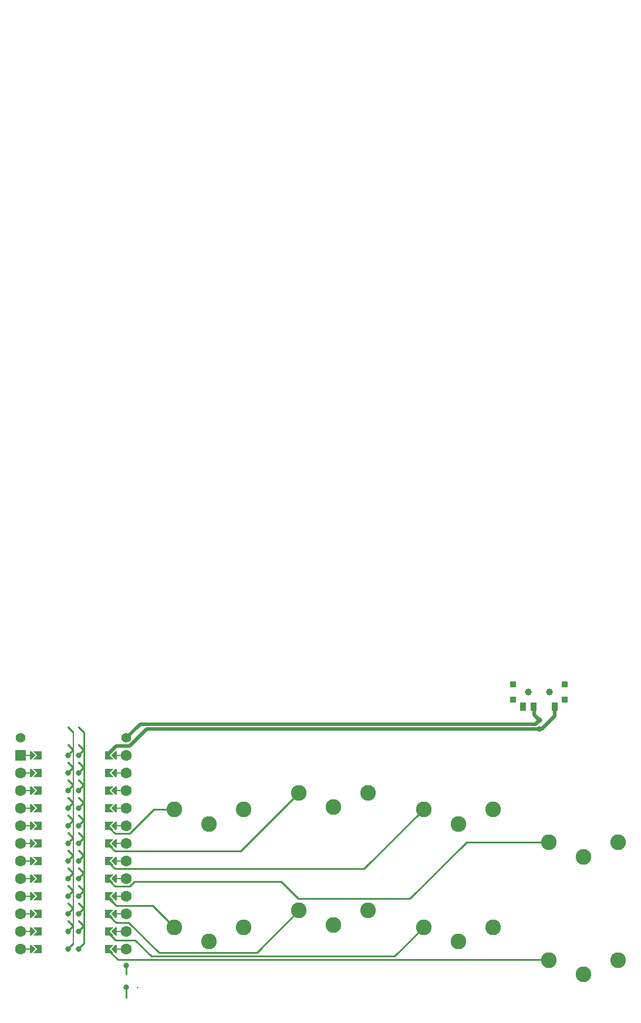
<source format=gtl>
%TF.GenerationSoftware,KiCad,Pcbnew,(6.0.10)*%
%TF.CreationDate,2023-01-30T20:00:38-06:00*%
%TF.ProjectId,mypaintbrush_normal,6d797061-696e-4746-9272-7573685f6e6f,rev?*%
%TF.SameCoordinates,Original*%
%TF.FileFunction,Copper,L1,Top*%
%TF.FilePolarity,Positive*%
%FSLAX46Y46*%
G04 Gerber Fmt 4.6, Leading zero omitted, Abs format (unit mm)*
G04 Created by KiCad (PCBNEW (6.0.10)) date 2023-01-30 20:00:38*
%MOMM*%
%LPD*%
G01*
G04 APERTURE LIST*
G04 Aperture macros list*
%AMFreePoly0*
4,1,6,0.600000,0.200000,0.000000,-0.400000,-0.600000,0.200000,-0.600000,0.400000,0.600000,0.400000,0.600000,0.200000,0.600000,0.200000,$1*%
%AMFreePoly1*
4,1,5,0.125000,-0.500000,-0.125000,-0.500000,-0.125000,0.500000,0.125000,0.500000,0.125000,-0.500000,0.125000,-0.500000,$1*%
%AMFreePoly2*
4,1,6,0.600000,-0.250000,-0.600000,-0.250000,-0.600000,1.000000,0.000000,0.400000,0.600000,1.000000,0.600000,-0.250000,0.600000,-0.250000,$1*%
%AMFreePoly3*
4,1,49,0.088388,4.152388,0.850389,3.390388,0.863708,3.372551,0.867189,3.369530,0.867982,3.366827,0.871852,3.361644,0.878333,3.331543,0.887000,3.302000,0.887000,0.762000,0.883805,0.739969,0.884131,0.735371,0.882780,0.732898,0.881852,0.726498,0.865154,0.700638,0.850389,0.673612,0.088388,-0.088388,0.064607,-0.106146,0.062500,-0.108253,0.061385,-0.108552,0.059644,-0.109852,
0.043810,-0.113261,0.000000,-0.125000,-0.004774,-0.123721,-0.009154,-0.124664,-0.028953,-0.117242,-0.062500,-0.108253,-0.068237,-0.102516,-0.075052,-0.099961,-0.087614,-0.083139,-0.108253,-0.062500,-0.111178,-0.051584,-0.117161,-0.043572,-0.118539,-0.024114,-0.125000,0.000000,-0.121239,0.014035,-0.122131,0.026629,-0.113759,0.041953,-0.108253,0.062500,-0.095642,0.075111,-0.088388,0.088388,
0.637000,0.813777,0.637000,3.250223,-0.088388,3.975612,-0.109852,4.004356,-0.124664,4.073154,-0.099961,4.139052,-0.043572,4.181161,0.026629,4.186131,0.088388,4.152388,0.088388,4.152388,$1*%
%AMFreePoly4*
4,1,49,0.088388,4.152388,0.854389,3.386388,0.867708,3.368551,0.871189,3.365530,0.871982,3.362827,0.875852,3.357644,0.882333,3.327543,0.891000,3.298000,0.891000,0.766000,0.887805,0.743969,0.888131,0.739371,0.886780,0.736898,0.885852,0.730498,0.869154,0.704638,0.854389,0.677612,0.088388,-0.088388,0.064607,-0.106146,0.062500,-0.108253,0.061385,-0.108552,0.059644,-0.109852,
0.043810,-0.113261,0.000000,-0.125000,-0.004774,-0.123721,-0.009154,-0.124664,-0.028953,-0.117242,-0.062500,-0.108253,-0.068237,-0.102516,-0.075052,-0.099961,-0.087614,-0.083139,-0.108253,-0.062500,-0.111178,-0.051584,-0.117161,-0.043572,-0.118539,-0.024114,-0.125000,0.000000,-0.121239,0.014035,-0.122131,0.026629,-0.113759,0.041953,-0.108253,0.062500,-0.095642,0.075111,-0.088388,0.088388,
0.641000,0.817777,0.641000,3.246223,-0.088388,3.975612,-0.109852,4.004356,-0.124664,4.073154,-0.099961,4.139052,-0.043572,4.181161,0.026629,4.186131,0.088388,4.152388,0.088388,4.152388,$1*%
G04 Aperture macros list end*
%TA.AperFunction,ComponentPad*%
%ADD10C,2.262000*%
%TD*%
%TA.AperFunction,SMDPad,CuDef*%
%ADD11FreePoly0,90.000000*%
%TD*%
%TA.AperFunction,SMDPad,CuDef*%
%ADD12FreePoly1,90.000000*%
%TD*%
%TA.AperFunction,ComponentPad*%
%ADD13C,1.600000*%
%TD*%
%TA.AperFunction,SMDPad,CuDef*%
%ADD14FreePoly0,270.000000*%
%TD*%
%TA.AperFunction,SMDPad,CuDef*%
%ADD15FreePoly1,270.000000*%
%TD*%
%TA.AperFunction,ComponentPad*%
%ADD16R,1.600000X1.600000*%
%TD*%
%TA.AperFunction,SMDPad,CuDef*%
%ADD17FreePoly2,90.000000*%
%TD*%
%TA.AperFunction,ComponentPad*%
%ADD18C,0.800000*%
%TD*%
%TA.AperFunction,SMDPad,CuDef*%
%ADD19FreePoly3,90.000000*%
%TD*%
%TA.AperFunction,SMDPad,CuDef*%
%ADD20FreePoly2,270.000000*%
%TD*%
%TA.AperFunction,SMDPad,CuDef*%
%ADD21FreePoly4,270.000000*%
%TD*%
%TA.AperFunction,ComponentPad*%
%ADD22C,1.397000*%
%TD*%
%TA.AperFunction,WasherPad*%
%ADD23C,1.000000*%
%TD*%
%TA.AperFunction,SMDPad,CuDef*%
%ADD24R,0.900000X0.900000*%
%TD*%
%TA.AperFunction,SMDPad,CuDef*%
%ADD25R,0.900000X1.250000*%
%TD*%
%TA.AperFunction,ViaPad*%
%ADD26C,0.800000*%
%TD*%
%TA.AperFunction,Conductor*%
%ADD27C,0.250000*%
%TD*%
%TA.AperFunction,Conductor*%
%ADD28C,0.254000*%
%TD*%
%TA.AperFunction,Conductor*%
%ADD29C,0.508000*%
%TD*%
G04 APERTURE END LIST*
D10*
%TO.P,KEY2,1,1*%
%TO.N,GND*%
X123901737Y-37119424D03*
%TO.P,KEY2,2,2*%
%TO.N,R1C2*%
X128901737Y-35019424D03*
X118901737Y-35019424D03*
%TD*%
%TO.P,KEY3,1,1*%
%TO.N,GND*%
X141901739Y-39499426D03*
%TO.P,KEY3,2,2*%
%TO.N,R1C3*%
X136901739Y-37399426D03*
X146901739Y-37399426D03*
%TD*%
%TO.P,KEY4,1,1*%
%TO.N,GND*%
X159901737Y-44249424D03*
%TO.P,KEY4,2,2*%
%TO.N,R1C4*%
X154901737Y-42149424D03*
X164901737Y-42149424D03*
%TD*%
%TO.P,KEY6,1,1*%
%TO.N,GND*%
X123901739Y-54119424D03*
%TO.P,KEY6,2,2*%
%TO.N,R2C2*%
X118901739Y-52019424D03*
X128901739Y-52019424D03*
%TD*%
%TO.P,KEY7,1,1*%
%TO.N,GND*%
X141901739Y-56499426D03*
%TO.P,KEY7,2,2*%
%TO.N,R2C3*%
X136901739Y-54399426D03*
X146901739Y-54399426D03*
%TD*%
%TO.P,KEY8,1,1*%
%TO.N,GND*%
X159901739Y-61249423D03*
%TO.P,KEY8,2,2*%
%TO.N,R2C4*%
X154901739Y-59149423D03*
X164901739Y-59149423D03*
%TD*%
%TO.P,KEY1,1,1*%
%TO.N,GND*%
X105901737Y-39499424D03*
%TO.P,KEY1,2,2*%
%TO.N,R1C1*%
X100901737Y-37399424D03*
X110901737Y-37399424D03*
%TD*%
%TO.P,KEY5,1,1*%
%TO.N,GND*%
X105901736Y-56499424D03*
%TO.P,KEY5,2,2*%
%TO.N,R2C1*%
X110901736Y-54399424D03*
X100901736Y-54399424D03*
%TD*%
D11*
%TO.P,U1,*%
%TO.N,*%
X80559737Y-55029424D03*
D12*
X80051737Y-44869424D03*
D13*
X94021737Y-39789424D03*
D14*
X92243737Y-57569424D03*
X92243737Y-34709424D03*
X92243737Y-47409424D03*
D11*
X80559737Y-42329424D03*
D14*
X92243737Y-49949424D03*
D13*
X94021737Y-29629424D03*
D14*
X92243737Y-37249424D03*
D15*
X92751737Y-57569424D03*
X92751737Y-37249424D03*
D11*
X80559737Y-34709424D03*
X80559737Y-49949424D03*
D12*
X80051737Y-42329424D03*
D13*
X94021737Y-32169424D03*
D14*
X92243737Y-29629424D03*
D13*
X94021737Y-37249424D03*
X78781737Y-32169424D03*
X94021737Y-47409424D03*
D14*
X92243737Y-39789424D03*
D11*
X80559737Y-47409424D03*
D14*
X92243737Y-55029424D03*
D15*
X92751737Y-52489424D03*
D12*
X80051737Y-55029424D03*
D15*
X92751737Y-34709424D03*
X92751737Y-32169424D03*
D12*
X80051737Y-39789424D03*
D15*
X92751737Y-49949424D03*
D13*
X94021737Y-55029424D03*
D15*
X92751737Y-44869424D03*
D12*
X80051737Y-52489424D03*
D13*
X94021737Y-49949424D03*
X78781737Y-55029424D03*
D12*
X80051737Y-49949424D03*
D11*
X80559737Y-52489424D03*
X80559737Y-37249424D03*
D13*
X78781737Y-47409424D03*
D12*
X80051737Y-32169424D03*
D11*
X80559737Y-44869424D03*
D13*
X78781737Y-34709424D03*
D12*
X80051737Y-57569424D03*
D13*
X94021737Y-42329424D03*
X78781737Y-44869424D03*
D16*
X78781737Y-29629424D03*
D13*
X94021737Y-52489424D03*
D15*
X92751737Y-47409424D03*
D14*
X92243737Y-32169424D03*
D15*
X92751737Y-39789424D03*
D13*
X94021737Y-34709424D03*
D12*
X80051737Y-34709424D03*
D14*
X92243737Y-44869424D03*
D13*
X94021737Y-57569424D03*
D12*
X80051737Y-47409424D03*
D11*
X80559737Y-29629424D03*
D13*
X78781737Y-39789424D03*
D14*
X92243737Y-52489424D03*
D13*
X94021737Y-44869424D03*
D15*
X92751737Y-29629424D03*
D11*
X80559737Y-39789424D03*
D13*
X78781737Y-57569424D03*
X78781737Y-29629424D03*
D11*
X80559737Y-57569424D03*
D12*
X80051737Y-29629424D03*
D15*
X92751737Y-55029424D03*
X92751737Y-42329424D03*
D11*
X80559737Y-32169424D03*
D14*
X92243737Y-42329424D03*
D13*
X78781737Y-52489424D03*
X78781737Y-42329424D03*
X78781737Y-37249424D03*
D12*
X80051737Y-37249424D03*
D13*
X78781737Y-49949424D03*
D17*
%TO.P,U1,1,TX*%
%TO.N,unconnected-(U1-Pad1)*%
X81575737Y-29629424D03*
D18*
X85639737Y-29629424D03*
D19*
X85639737Y-29629424D03*
%TO.P,U1,2,RX*%
%TO.N,unconnected-(U1-Pad2)*%
X85639737Y-32169424D03*
D18*
X85639737Y-32169424D03*
D17*
X81575737Y-32169424D03*
D19*
%TO.P,U1,3,GND*%
%TO.N,GND*%
X85639737Y-34709424D03*
D18*
X85639737Y-34709424D03*
D17*
X81575737Y-34709424D03*
%TO.P,U1,4,GND*%
X81575737Y-37249424D03*
D18*
X85639737Y-37249424D03*
D19*
X85639737Y-37249424D03*
D18*
%TO.P,U1,5,SCL*%
%TO.N,SDA*%
X85639737Y-39789424D03*
D19*
X85639737Y-39789424D03*
D17*
X81575737Y-39789424D03*
%TO.P,U1,6,SDA*%
%TO.N,SCL*%
X81575737Y-42329424D03*
D18*
X85639737Y-42329424D03*
D19*
X85639737Y-42329424D03*
D18*
%TO.P,U1,7,D4*%
%TO.N,unconnected-(U1-Pad7)*%
X85639737Y-44869424D03*
D19*
X85639737Y-44869424D03*
D17*
X81575737Y-44869424D03*
D19*
%TO.P,U1,8,C6*%
%TO.N,unconnected-(U1-Pad8)*%
X85639737Y-47409424D03*
D17*
X81575737Y-47409424D03*
D18*
X85639737Y-47409424D03*
D17*
%TO.P,U1,9,D7*%
%TO.N,unconnected-(U1-Pad9)*%
X81575737Y-49949424D03*
D19*
X85639737Y-49949424D03*
D18*
X85639737Y-49949424D03*
D17*
%TO.P,U1,10,E6*%
%TO.N,unconnected-(U1-Pad10)*%
X81575737Y-52489424D03*
D18*
X85639737Y-52489424D03*
D19*
X85639737Y-52489424D03*
D18*
%TO.P,U1,11,B4*%
%TO.N,unconnected-(U1-Pad11)*%
X85639737Y-55029424D03*
D17*
X81575737Y-55029424D03*
D19*
X85639737Y-55029424D03*
D17*
%TO.P,U1,12,B5*%
%TO.N,unconnected-(U1-Pad12)*%
X81575737Y-57569424D03*
D18*
X85639737Y-57569424D03*
D19*
X85639737Y-57569424D03*
D20*
%TO.P,U1,13,B6*%
%TO.N,R2C4*%
X91227737Y-57569424D03*
D18*
X87163737Y-57569424D03*
D21*
X87163737Y-57569424D03*
%TO.P,U1,14,B2*%
%TO.N,R2C3*%
X87163737Y-55029424D03*
D20*
X91227737Y-55029424D03*
D18*
X87163737Y-55029424D03*
%TO.P,U1,15,B3*%
%TO.N,R2C2*%
X87163737Y-52489424D03*
D21*
X87163737Y-52489424D03*
D20*
X91227737Y-52489424D03*
%TO.P,U1,16,B1*%
%TO.N,R2C1*%
X91227737Y-49949424D03*
D18*
X87163737Y-49949424D03*
D21*
X87163737Y-49949424D03*
%TO.P,U1,17,F7*%
%TO.N,R1C4*%
X87163737Y-47409424D03*
D20*
X91227737Y-47409424D03*
D18*
X87163737Y-47409424D03*
%TO.P,U1,18,F6*%
%TO.N,R1C3*%
X87163737Y-44869424D03*
D20*
X91227737Y-44869424D03*
D21*
X87163737Y-44869424D03*
D20*
%TO.P,U1,19,F5*%
%TO.N,R1C2*%
X91227737Y-42329424D03*
D18*
X87163737Y-42329424D03*
D21*
X87163737Y-42329424D03*
D18*
%TO.P,U1,20,F4*%
%TO.N,R1C1*%
X87163737Y-39789424D03*
D21*
X87163737Y-39789424D03*
D20*
X91227737Y-39789424D03*
D21*
%TO.P,U1,21,VCC*%
%TO.N,VCC*%
X87163737Y-37249424D03*
D18*
X87163737Y-37249424D03*
D20*
X91227737Y-37249424D03*
%TO.P,U1,22,RST*%
%TO.N,RST*%
X91227737Y-34709424D03*
D21*
X87163737Y-34709424D03*
D18*
X87163737Y-34709424D03*
D21*
%TO.P,U1,23,GND*%
%TO.N,GND*%
X87163737Y-32169424D03*
D18*
X87163737Y-32169424D03*
D20*
X91227737Y-32169424D03*
D18*
%TO.P,U1,24,RAW*%
%TO.N,raw*%
X87163737Y-29629424D03*
D21*
X87163737Y-29629424D03*
D20*
X91227737Y-29629424D03*
%TD*%
D22*
%TO.P,Bat+1,1,1*%
%TO.N,BT+*%
X94021737Y-27129424D03*
%TD*%
%TO.P,BatGND1,1,1*%
%TO.N,GND*%
X78781737Y-27129424D03*
%TD*%
D23*
%TO.P,SW_POWER1,*%
%TO.N,*%
X155001736Y-20511924D03*
X152001736Y-20511924D03*
D24*
%TO.P,SW_POWER1,0*%
%TO.N,N/C*%
X157201736Y-19411924D03*
X157201736Y-21611924D03*
X149801736Y-21611924D03*
X149801736Y-19411924D03*
D25*
%TO.P,SW_POWER1,1,A*%
%TO.N,raw*%
X155751736Y-22586924D03*
%TO.P,SW_POWER1,2,B*%
%TO.N,BT+*%
X152751736Y-22586923D03*
%TO.P,SW_POWER1,3,C*%
%TO.N,unconnected-(SW_POWER1-Pad3)*%
X151251736Y-22586924D03*
%TD*%
D26*
%TO.N,GND*%
X94001736Y-63099424D03*
%TO.N,RST*%
X94001735Y-59974423D03*
%TO.N,BT+*%
X153576739Y-24549424D03*
%TO.N,raw*%
X153601736Y-25799424D03*
%TD*%
D27*
%TO.N,*%
X94551736Y-29874424D02*
X94266737Y-29874424D01*
X94266737Y-29874424D02*
X94021737Y-29629424D01*
D28*
%TO.N,GND*%
X94001735Y-64599425D02*
X94001735Y-63099425D01*
X95601735Y-63099425D02*
X95601736Y-63099424D01*
X94001735Y-63099425D02*
X94001736Y-63099424D01*
D27*
%TO.N,R1C1*%
X98002728Y-37399424D02*
X100901737Y-37399424D01*
X91227737Y-39789424D02*
X92352737Y-40914424D01*
X94487728Y-40914424D02*
X98002728Y-37399424D01*
X92352737Y-40914424D02*
X94487728Y-40914424D01*
%TO.N,R1C2*%
X110466737Y-43454424D02*
X118901737Y-35019424D01*
X91227737Y-42329424D02*
X92352737Y-43454424D01*
X92352737Y-43454424D02*
X110466737Y-43454424D01*
%TO.N,R1C3*%
X92352737Y-45994424D02*
X128306741Y-45994424D01*
X91227737Y-44869424D02*
X92352737Y-45994424D01*
X128306741Y-45994424D02*
X136901739Y-37399426D01*
%TO.N,R1C4*%
X91227737Y-47409424D02*
X92352737Y-48534424D01*
D28*
X94021738Y-46979424D02*
X94021737Y-47409423D01*
D27*
X116324044Y-47875415D02*
X118757554Y-50308925D01*
X134894235Y-50308925D02*
X143053736Y-42149424D01*
X94487728Y-48534424D02*
X95146737Y-47875415D01*
X143053736Y-42149424D02*
X154901737Y-42149424D01*
X95146737Y-47875415D02*
X116324044Y-47875415D01*
X92352737Y-48534424D02*
X94487728Y-48534424D01*
X118757554Y-50308925D02*
X134894235Y-50308925D01*
%TO.N,R2C1*%
X92552737Y-51274424D02*
X91227737Y-49949424D01*
X97776736Y-51274424D02*
X92552737Y-51274424D01*
X100901736Y-54399424D02*
X97776736Y-51274424D01*
D28*
%TO.N,R2C2*%
X98685556Y-58099424D02*
X94360556Y-53774424D01*
X112821738Y-58099425D02*
X98685556Y-58099424D01*
X94360556Y-53774424D02*
X92512737Y-53774424D01*
X118901738Y-52019424D02*
X112821738Y-58099425D01*
X92512737Y-53774424D02*
X91227737Y-52489424D01*
%TO.N,R2C3*%
X97591737Y-58599423D02*
X95266738Y-56274424D01*
X95266738Y-56274424D02*
X92472737Y-56274424D01*
X132701737Y-58599424D02*
X97591737Y-58599423D01*
X136901737Y-54399425D02*
X132701737Y-58599424D01*
X92472737Y-56274424D02*
X91227737Y-55029424D01*
%TO.N,R2C4*%
X92757737Y-59099424D02*
X91227737Y-57569424D01*
X154901737Y-59149424D02*
X154851739Y-59099424D01*
X154851739Y-59099424D02*
X92757737Y-59099424D01*
%TO.N,RST*%
X94001735Y-59974423D02*
X94001735Y-61199425D01*
X94001735Y-59974423D02*
X94001735Y-59699425D01*
D29*
%TO.N,BT+*%
X94021737Y-27129424D02*
X96001737Y-25149424D01*
X96001737Y-25149424D02*
X152976739Y-25149424D01*
X152826739Y-23799424D02*
X153576739Y-24549424D01*
X152826739Y-23279424D02*
X152826739Y-23799424D01*
X152976739Y-25149424D02*
X153576739Y-24549424D01*
%TO.N,raw*%
X96923619Y-25857424D02*
X94499119Y-28281924D01*
X155751736Y-23949424D02*
X155751736Y-22586924D01*
X92575237Y-28281924D02*
X91227737Y-29629424D01*
X94499119Y-28281924D02*
X92575237Y-28281924D01*
X153543736Y-25857424D02*
X96923619Y-25857424D01*
X153601736Y-25799424D02*
X153901736Y-25799424D01*
X153601736Y-25799424D02*
X153543736Y-25857424D01*
X153901736Y-25799424D02*
X155751736Y-23949424D01*
%TD*%
M02*

</source>
